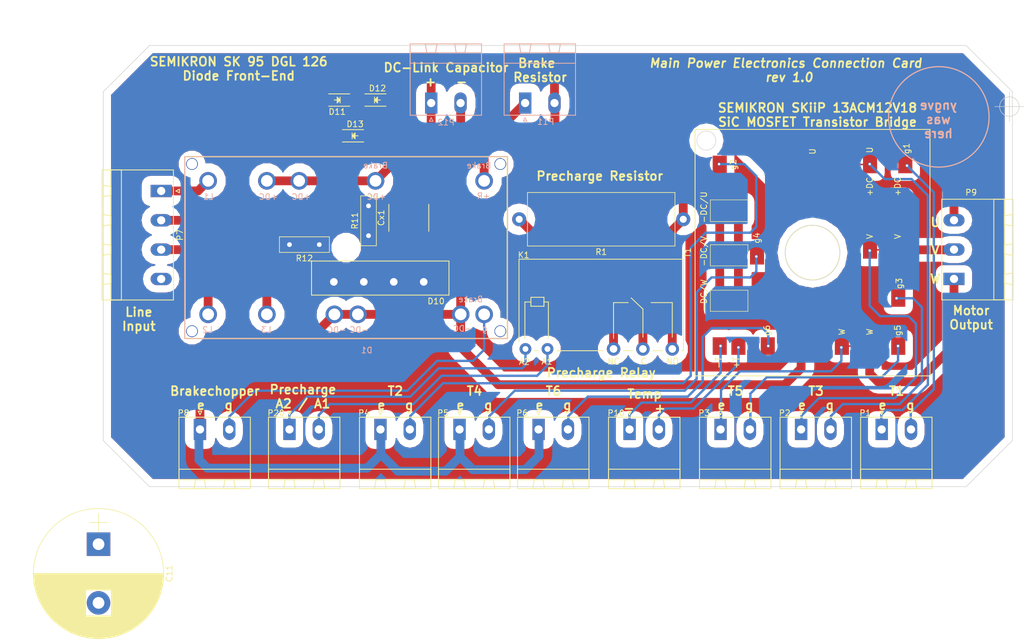
<source format=kicad_pcb>
(kicad_pcb (version 4) (host pcbnew 4.0.6)
  (title_block (title "Main Power Electronics Connection Card (M.P.E.C.C)") (date 2017-07-03) (rev 3) (company "Switchcraft AS") (comment 1 "Added diode module and precharge circuit") (comment 2 YS) (comment 3 "PCB for connections to transistor and diode module. ") (comment 4 "Outputs for external DC-link capacitor and brake resistor."))
  (layers (0 F.Cu signal) (31 B.Cu signal) (36 B.SilkS user) (37 F.SilkS user) (38 B.Mask user) (39 F.Mask user) (44 Edge.Cuts user))
  (net 0 "")
  (net 1 "Net-(P1-Pad1)")
  (net 2 "Net-(P1-Pad2)")
  (net 3 "Net-(P2-Pad1)")
  (net 4 "Net-(P2-Pad2)")
  (net 5 "Net-(D1-Pad21)")
  (net 6 "Net-(D1-Pad18)")
  (net 7 "Net-(D1-Pad14)")
  (net 8 "Net-(D1-Pad4)")
  (net 9 "Net-(D1-Pad28)")
  (net 10 "Net-(P3-Pad1)")
  (net 11 "Net-(P3-Pad2)")
  (net 12 "Net-(P4-Pad2)")
  (net 13 "Net-(P5-Pad2)")
  (net 14 "Net-(P6-Pad2)")
  (net 15 "Net-(P10-Pad1)")
  (net 16 "Net-(P10-Pad2)")
  (net 17 "Net-(K1-Pad14)")
  (net 18 "Net-(K1-Pad12)")
  (net 19 A1)
  (net 20 A2)
  (net 21 Earth)
  (net 22 "Net-(C11-Pad1)")
  (net 23 "Net-(C11-Pad2)")
  (net 24 "Net-(Cx1-Pad1)")
  (net 25 L1)
  (net 26 L2)
  (net 27 "Net-(D10-Pad4)")
  (net 28 "Net-(D11-Pad1)")
  (net 29 "Net-(D12-Pad1)")
  (module phoenix:PhoenixContact_MSTBA-G_02x5.00mm_Angled (layer B.Cu) (at 155.194 84.582)
    (fp_text reference P12 (at 2.54 3.302) (layer B.SilkS) (effects (justify mirror)))
    (fp_text value CONN_01X02)
    (pad 1 thru_hole rect (at 0 0) (size 2.1 3.6) (drill 1.4) (layers *.Cu *.Mask) (net 8 "Net-(D1-Pad4)"))
    (pad 2 thru_hole oval (at 5 0) (size 2.1 3.6) (drill 1.4) (layers *.Cu *.Mask) (net 5 "Net-(D1-Pad21)"))
  )
  (module phoenix:PhoenixContact_MSTBA-G_02x5.00mm_Angled (layer B.Cu) (at 171.196 84.582)
    (fp_text reference P11 (at 3.5 3.2) (layer B.SilkS) (effects (justify mirror)))
    (fp_text value CONN_01X02)
    (pad 1 thru_hole rect (at 0 0) (size 2.1 3.6) (drill 1.4) (layers *.Cu *.Mask) (net 7 "Net-(D1-Pad14)"))
    (pad 2 thru_hole oval (at 5 0) (size 2.1 3.6) (drill 1.4) (layers *.Cu *.Mask) (net 8 "Net-(D1-Pad4)"))
  )
  (module phoenix:PhoenixContact_MSTBA-G_03x5.00mm_Angled (layer F.Cu) (at 244.221 114.554 90)
    (fp_text reference P9 (at 14.732 2.921 180) (layer F.SilkS))
    (fp_text value CONN_01X03)
    (pad 1 thru_hole rect (at 0 0 90) (size 2.1 3.6) (drill 1.4) (layers *.Cu *.Mask) (net 10 "Net-(P3-Pad1)"))
    (pad 2 thru_hole oval (at 5 0 90) (size 2.1 3.6) (drill 1.4) (layers *.Cu *.Mask) (net 3 "Net-(P2-Pad1)"))
    (pad 3 thru_hole oval (at 10 0 90) (size 2.1 3.6) (drill 1.4) (layers *.Cu *.Mask) (net 1 "Net-(P1-Pad1)"))
  )
  (module phoenix:PhoenixContact_MSTBA-G_02x5.00mm_Angled (layer F.Cu) (at 115.824 140.208)
    (fp_text reference P8 (at -2.794 -2.794) (layer F.SilkS))
    (fp_text value CONN_01X02)
    (pad 1 thru_hole rect (at 0 0) (size 2.1 3.6) (drill 1.4) (layers *.Cu *.Mask) (net 5 "Net-(D1-Pad21)"))
    (pad 2 thru_hole oval (at 5 0) (size 2.1 3.6) (drill 1.4) (layers *.Cu *.Mask) (net 9 "Net-(D1-Pad28)"))
  )
  (module phoenix:PhoenixContact_MSTBA-G_02x5.00mm_Angled (layer F.Cu) (at 146.558 140.208)
    (fp_text reference P4 (at -2.794 -2.794) (layer F.SilkS))
    (fp_text value CONN_01X02)
    (pad 1 thru_hole rect (at 0 0) (size 2.1 3.6) (drill 1.4) (layers *.Cu *.Mask) (net 5 "Net-(D1-Pad21)"))
    (pad 2 thru_hole oval (at 5 0) (size 2.1 3.6) (drill 1.4) (layers *.Cu *.Mask) (net 12 "Net-(P4-Pad2)"))
  )
  (module phoenix:PhoenixContact_MSTBA-G_02x5.00mm_Angled (layer F.Cu) (at 204.47 140.208)
    (fp_text reference P3 (at -2.794 -2.794) (layer F.SilkS))
    (fp_text value CONN_01X02)
    (pad 1 thru_hole rect (at 0 0) (size 2.1 3.6) (drill 1.4) (layers *.Cu *.Mask) (net 10 "Net-(P3-Pad1)"))
    (pad 2 thru_hole oval (at 5 0) (size 2.1 3.6) (drill 1.4) (layers *.Cu *.Mask) (net 11 "Net-(P3-Pad2)"))
  )
  (module phoenix:PhoenixContact_MSTBA-G_02x5.00mm_Angled (layer F.Cu) (at 218.186 140.208)
    (fp_text reference P2 (at -2.794 -2.794) (layer F.SilkS))
    (fp_text value CONN_01X02)
    (pad 1 thru_hole rect (at 0 0) (size 2.1 3.6) (drill 1.4) (layers *.Cu *.Mask) (net 3 "Net-(P2-Pad1)"))
    (pad 2 thru_hole oval (at 5 0) (size 2.1 3.6) (drill 1.4) (layers *.Cu *.Mask) (net 4 "Net-(P2-Pad2)"))
  )
  (module phoenix:PhoenixContact_MSTBA-G_02x5.00mm_Angled (layer F.Cu) (at 231.902 140.208)
    (fp_text reference P1 (at -2.794 -2.794) (layer F.SilkS))
    (fp_text value CONN_01X02)
    (pad 1 thru_hole rect (at 0 0) (size 2.1 3.6) (drill 1.4) (layers *.Cu *.Mask) (net 1 "Net-(P1-Pad1)"))
    (pad 2 thru_hole oval (at 5 0) (size 2.1 3.6) (drill 1.4) (layers *.Cu *.Mask) (net 2 "Net-(P1-Pad2)"))
  )
  (module phoenix:PhoenixContact_MSTBA-G_02x5.00mm_Angled (layer F.Cu) (at 173.482 140.208)
    (fp_text reference P6 (at -2.794 -2.794) (layer F.SilkS))
    (fp_text value CONN_01X02)
    (pad 1 thru_hole rect (at 0 0) (size 2.1 3.6) (drill 1.4) (layers *.Cu *.Mask) (net 5 "Net-(D1-Pad21)"))
    (pad 2 thru_hole oval (at 5 0) (size 2.1 3.6) (drill 1.4) (layers *.Cu *.Mask) (net 14 "Net-(P6-Pad2)"))
  )
  (module phoenix:PhoenixContact_MSTBA-G_02x5.00mm_Angled (layer F.Cu) (at 160.02 140.208)
    (fp_text reference P5 (at -2.794 -2.794) (layer F.SilkS))
    (fp_text value CONN_01X02)
    (pad 1 thru_hole rect (at 0 0) (size 2.1 3.6) (drill 1.4) (layers *.Cu *.Mask) (net 5 "Net-(D1-Pad21)"))
    (pad 2 thru_hole oval (at 5 0) (size 2.1 3.6) (drill 1.4) (layers *.Cu *.Mask) (net 13 "Net-(P5-Pad2)"))
  )
  (module phoenix:PhoenixContact_MSTBA-G_02x5.00mm_Angled (layer F.Cu) (at 188.976 140.208)
    (fp_text reference P10 (at -2.286 -2.794) (layer F.SilkS))
    (fp_text value CONN_01X02)
    (pad 1 thru_hole rect (at 0 0) (size 2.1 3.6) (drill 1.4) (layers *.Cu *.Mask) (net 15 "Net-(P10-Pad1)"))
    (pad 2 thru_hole oval (at 5 0) (size 2.1 3.6) (drill 1.4) (layers *.Cu *.Mask) (net 16 "Net-(P10-Pad2)"))
  )
  (module phoenix:PhoenixContact_MSTBA-G_02x5.00mm_Angled (layer F.Cu) (at 131.064 140.208)
    (fp_text reference P20 (at -2.286 -2.794) (layer F.SilkS))
    (fp_text value CONN_01X02)
    (pad 1 thru_hole rect (at 0 0) (size 2.1 3.6) (drill 1.4) (layers *.Cu *.Mask) (net 20 A2))
    (pad 2 thru_hole oval (at 5 0) (size 2.1 3.6) (drill 1.4) (layers *.Cu *.Mask) (net 19 A1))
  )
  (module Resistors_THT:R_Box_L8.4mm_W2.5mm_P5.08mm (layer F.Cu) (at 136.144 108.712 180)
    (fp_text reference R12 (at 2.54 -2.33 180) (layer F.SilkS))
    (fp_text value 470/1W)
    (pad 1 thru_hole circle (at 0 0 180) (size 1.6 1.6) (drill 0.8) (layers *.Cu *.Mask) (net 27 "Net-(D10-Pad4)"))
    (pad 2 thru_hole circle (at 5.08 0 180) (size 1.6 1.6) (drill 0.8) (layers *.Cu *.Mask) (net 26 L2))
  )
  (module Resistors_THT:R_Box_L8.4mm_W2.5mm_P5.08mm (layer F.Cu) (at 144.526 107.188 90)
    (fp_text reference R11 (at 2.54 -2.33 90) (layer F.SilkS))
    (fp_text value "470k 1W")
    (pad 1 thru_hole circle (at 0 0 90) (size 1.6 1.6) (drill 0.8) (layers *.Cu *.Mask) (net 24 "Net-(Cx1-Pad1)"))
    (pad 2 thru_hole circle (at 5.08 0 90) (size 1.6 1.6) (drill 0.8) (layers *.Cu *.Mask) (net 25 L1))
  )
  (module LEDs:LED_1206 (layer F.Cu) (at 142.24 90.17)
    (fp_text reference D13 (at 0 -2) (layer F.SilkS))
    (fp_text value LED)
    (pad 2 smd rect (at 1.41986 0 180) (size 1.59766 1.80086) (layers F.Cu F.Mask) (net 29 "Net-(D12-Pad1)"))
    (pad 1 smd rect (at -1.41986 0 180) (size 1.59766 1.80086) (layers F.Cu F.Mask) (net 23 "Net-(C11-Pad2)"))
  )
  (module LEDs:LED_1206 (layer F.Cu) (at 146.05 84.074)
    (fp_text reference D12 (at 0 -2) (layer F.SilkS))
    (fp_text value LED)
    (pad 2 smd rect (at 1.41986 0 180) (size 1.59766 1.80086) (layers F.Cu F.Mask) (net 28 "Net-(D11-Pad1)"))
    (pad 1 smd rect (at -1.41986 0 180) (size 1.59766 1.80086) (layers F.Cu F.Mask) (net 29 "Net-(D12-Pad1)"))
  )
  (module LEDs:LED_1206 (layer F.Cu) (at 139.192 84.074 180)
    (fp_text reference D11 (at 0 -2 180) (layer F.SilkS))
    (fp_text value LED)
    (pad 2 smd rect (at 1.41986 0) (size 1.59766 1.80086) (layers F.Cu F.Mask) (net 22 "Net-(C11-Pad1)"))
    (pad 1 smd rect (at -1.41986 0) (size 1.59766 1.80086) (layers F.Cu F.Mask) (net 28 "Net-(D11-Pad1)"))
  )
  (module Capacitors_SMD:C_2225 (layer F.Cu) (at 151.384 104.14 90)
    (fp_text reference Cx1 (at 0 -4.7 90) (layer F.SilkS))
    (fp_text value 472K/400V)
    (pad 1 smd rect (at -2.8 0 90) (size 1 6.35) (layers F.Cu F.Mask) (net 24 "Net-(Cx1-Pad1)"))
    (pad 2 smd rect (at 2.8 0 90) (size 1 6.35) (layers F.Cu F.Mask) (net 25 L1))
  )
  (module Capacitors_THT:CP_Radial_D22.0mm_P10.00mm_SnapIn (layer F.Cu) (at 98.552 159.766 270)
    (fp_text reference C11 (at 5 -12.06 270) (layer F.SilkS))
    (fp_text value 100uF/25V)
    (pad 1 thru_hole rect (at 0 0 270) (size 4 4) (drill 2) (layers *.Cu *.Mask) (net 22 "Net-(C11-Pad1)"))
    (pad 2 thru_hole circle (at 10 0 270) (size 4 4) (drill 2) (layers *.Cu *.Mask) (net 23 "Net-(C11-Pad2)"))
  )
  (module Semikron:SKiiP_13ACM12V18_3d_ver3 (layer F.Cu) (at 220.13164 110.0836 270)
    (fp_text reference T1 (at 0 21.25 270) (layer F.SilkS))
    (fp_text value SemikronSKiiP_13ACM12V18)
    (fp_text user -DC/W (at 7.25 18.5 270) (layer F.SilkS))
    (fp_text user -DC/V (at -0.25 18.5 270) (layer F.SilkS))
    (fp_text user -DC/U (at -7.75 18.5 270) (layer F.SilkS))
    (fp_text user g2 (at -15 13.5 270) (layer F.SilkS))
    (fp_text user g4 (at -2.5 9.5 270) (layer F.SilkS))
    (fp_text user -T (at 18.75 16 270) (layer F.SilkS))
    (fp_text user +T (at 18.75 13 270) (layer F.SilkS))
    (fp_text user g6 (at 13.25 7.75 270) (layer F.SilkS))
    (fp_text user W (at 13.5 -5 270) (layer F.SilkS))
    (fp_text user W (at 13.5 -9.75 270) (layer F.SilkS))
    (fp_text user g5 (at 13.25 -14.5 270) (layer F.SilkS))
    (fp_text user g3 (at 5.25 -14.75 270) (layer F.SilkS))
    (fp_text user U (at -17.25 0 270) (layer F.SilkS))
    (fp_text user U (at -17.5 -9.75 270) (layer F.SilkS))
    (fp_text user +DC (at -11.25 -9.75 270) (layer F.SilkS))
    (fp_text user V (at -2.75 -9.75 270) (layer F.SilkS))
    (fp_text user V (at -2.75 -14.5 270) (layer F.SilkS))
    (fp_text user +DC (at -11.25 -14.5 270) (layer F.SilkS))
    (fp_text user g1 (at -17.75 -16 270) (layer F.SilkS))
    (pad "" np_thru_hole circle (at 0 0 270) (size 9.1 9.1) (drill 9.1) (layers *.Cu *.Mask))
    (pad 2 smd rect (at -15.03 15.8 270) (size 3 2.4) (layers F.Cu F.Mask) (net 12 "Net-(P4-Pad2)"))
    (pad 14 smd rect (at 8.23 15.8 270) (size 3 2.4) (layers F.Cu F.Mask) (net 5 "Net-(D1-Pad21)"))
    (pad 10 smd rect (at -7.18 15.8 270) (size 3 2.4) (layers F.Cu F.Mask) (net 5 "Net-(D1-Pad21)"))
    (pad 13 smd rect (at 8.23 12.62 270) (size 3 2.4) (layers F.Cu F.Mask) (net 5 "Net-(D1-Pad21)"))
    (pad 9 smd rect (at -7.18 12.62 270) (size 3 2.4) (layers F.Cu F.Mask) (net 5 "Net-(D1-Pad21)"))
    (pad 12 smd rect (at 0.52 15.8 270) (size 3 2.4) (layers F.Cu F.Mask) (net 5 "Net-(D1-Pad21)"))
    (pad 11 smd rect (at 0.52 12.62 270) (size 3 2.4) (layers F.Cu F.Mask) (net 5 "Net-(D1-Pad21)"))
    (pad 4 smd rect (at 0.52 9.45 270) (size 3 2.4) (layers F.Cu F.Mask) (net 13 "Net-(P5-Pad2)"))
    (pad 22 smd rect (at 15.92 15.8 270) (size 3 2.4) (layers F.Cu F.Mask) (net 15 "Net-(P10-Pad1)"))
    (pad 21 smd rect (at 15.92 12.62 270) (size 3 2.4) (layers F.Cu F.Mask) (net 16 "Net-(P10-Pad2)"))
    (pad 6 smd rect (at 15.92 7.62 270) (size 3 2.4) (layers F.Cu F.Mask) (net 14 "Net-(P6-Pad2)"))
    (pad 16 smd rect (at -15.03 0 270) (size 3 2.4) (layers F.Cu F.Mask) (net 1 "Net-(P1-Pad1)"))
    (pad 20 smd rect (at 15.92 -5 270) (size 3 2.4) (layers F.Cu F.Mask) (net 10 "Net-(P3-Pad1)"))
    (pad 19 smd rect (at 15.92 -9.8 270) (size 3 2.4) (layers F.Cu F.Mask) (net 10 "Net-(P3-Pad1)"))
    (pad 5 smd rect (at 15.92 -14.6 270) (size 3 2.4) (layers F.Cu F.Mask) (net 11 "Net-(P3-Pad2)"))
    (pad 3 smd rect (at 7.72 -14.6 270) (size 3 2.4) (layers F.Cu F.Mask) (net 4 "Net-(P2-Pad2)"))
    (pad 8 smd rect (at -8.07 -9.8 270) (size 3 2.4) (layers F.Cu F.Mask) (net 17 "Net-(K1-Pad14)"))
    (pad 15 smd rect (at -15.03 -9.8 270) (size 3 2.4) (layers F.Cu F.Mask) (net 1 "Net-(P1-Pad1)"))
    (pad 18 smd rect (at -0.48 -9.8 270) (size 3 2.4) (layers F.Cu F.Mask) (net 3 "Net-(P2-Pad1)"))
    (pad 17 smd rect (at -0.48 -14.6 270) (size 3 2.4) (layers F.Cu F.Mask) (net 3 "Net-(P2-Pad1)"))
    (pad 7 smd rect (at -8.07 -14.6 270) (size 3 2.4) (layers F.Cu F.Mask) (net 17 "Net-(K1-Pad14)"))
    (pad 1 smd rect (at -15.03 -15.8 270) (size 3 2.4) (layers F.Cu F.Mask) (net 2 "Net-(P1-Pad2)"))
    (pad "" np_thru_hole circle (at -19.1 18.1 270) (size 3.1 3.1) (drill 3.1) (layers *.Cu *.Mask))
  )
  (module Semikron:SK_95_DGL_126 (layer B.Cu) (at 140.716 109.22 180)
    (fp_text reference D1 (at -3.5 -17.5 180) (layer B.SilkS) (effects (justify mirror)))
    (fp_text value SK_95_DGL_126)
    (fp_text user L2 (at 23.6 -14 180) (layer B.SilkS) (effects (justify mirror)))
    (fp_text user L3 (at 13.6 -14 180) (layer B.SilkS) (effects (justify mirror)))
    (fp_text user -DC (at 1.6 -14 180) (layer B.SilkS) (effects (justify mirror)))
    (fp_text user -DC (at -2.2 -14 180) (layer B.SilkS) (effects (justify mirror)))
    (fp_text user Brake (at -21.2 -8.8 180) (layer B.SilkS) (effects (justify mirror)))
    (fp_text user -DC (at -19.8 -13.8 180) (layer B.SilkS) (effects (justify mirror)))
    (fp_text user g (at -23.6 -13.8 180) (layer B.SilkS) (effects (justify mirror)))
    (fp_text user Brake (at -22.6 14 180) (layer B.SilkS) (effects (justify mirror)))
    (fp_text user +R (at -23.4 8.8 180) (layer B.SilkS) (effects (justify mirror)))
    (fp_text user Brake (at -5 14 180) (layer B.SilkS) (effects (justify mirror)))
    (fp_text user +DC (at -5.15 8.65 180) (layer B.SilkS) (effects (justify mirror)))
    (fp_text user +DC (at 7.65 8.65 180) (layer B.SilkS) (effects (justify mirror)))
    (fp_text user +DC (at 13.25 8.65 180) (layer B.SilkS) (effects (justify mirror)))
    (fp_text user L1 (at 23.45 8.65 180) (layer B.SilkS) (effects (justify mirror)))
    (pad "" np_thru_hole circle (at 0 0 180) (size 2.5 2.5) (drill 2.5) (layers *.Cu *.Mask))
    (pad "" np_thru_hole circle (at -26.25 14.25 180) (size 2 2) (drill 1.75) (layers *.Cu *.Mask))
    (pad "" np_thru_hole circle (at 26.25 -14.25 180) (size 2 2) (drill 1.75) (layers *.Cu *.Mask))
    (pad "" np_thru_hole circle (at -26.25 -14.25 180) (size 2 2) (drill 1.75) (layers *.Cu *.Mask))
    (pad 28 thru_hole circle (at -23.5 -11.375 180) (size 3 3) (drill 2) (layers *.Cu *.Mask) (net 9 "Net-(D1-Pad28)"))
    (pad 27 thru_hole circle (at -19.5 -11.375 180) (size 3 3) (drill 2) (layers *.Cu *.Mask) (net 5 "Net-(D1-Pad21)"))
    (pad 22 thru_hole circle (at -2 -11.375 180) (size 3 3) (drill 2) (layers *.Cu *.Mask) (net 5 "Net-(D1-Pad21)"))
    (pad 21 thru_hole circle (at 2 -11.375 180) (size 3 3) (drill 2) (layers *.Cu *.Mask) (net 5 "Net-(D1-Pad21)"))
    (pad 18 thru_hole circle (at 13.5 -11.375 180) (size 3 3) (drill 2) (layers *.Cu *.Mask) (net 6 "Net-(D1-Pad18)"))
    (pad 14 thru_hole circle (at -23.5 11.375 180) (size 3 3) (drill 2) (layers *.Cu *.Mask) (net 7 "Net-(D1-Pad14)"))
    (pad 9 thru_hole circle (at -5 11.375 180) (size 3 3) (drill 2) (layers *.Cu *.Mask) (net 8 "Net-(D1-Pad4)"))
    (pad 5 thru_hole circle (at 8 11.375 180) (size 3 3) (drill 2) (layers *.Cu *.Mask) (net 8 "Net-(D1-Pad4)"))
    (pad 4 thru_hole circle (at 13.5 11.375 180) (size 3 3) (drill 2) (layers *.Cu *.Mask) (net 8 "Net-(D1-Pad4)"))
    (pad 1 thru_hole circle (at 23.5 11.375 180) (size 3 3) (drill 2) (layers *.Cu *.Mask) (net 25 L1))
    (pad 15 thru_hole circle (at 23.5 -11.375 180) (size 3 3) (drill 2) (layers *.Cu *.Mask) (net 26 L2))
    (pad "" np_thru_hole circle (at 26.25 14.25 180) (size 2 2) (drill 1.75) (layers *.Cu *.Mask))
  )
  (module Resistors_THT:R_Axial_Power_L25.0mm_W9.0mm_P27.94mm (layer F.Cu) (at 198.12 104.394 180)
    (fp_text reference R1 (at 13.97 -5.56 180) (layer F.SilkS))
    (fp_text value R)
    (pad 1 thru_hole circle (at 0 0 180) (size 2.4 2.4) (drill 1.2) (layers *.Cu *.Mask) (net 17 "Net-(K1-Pad14)"))
    (pad 2 thru_hole oval (at 27.94 0 180) (size 2.4 2.4) (drill 1.2) (layers *.Cu *.Mask) (net 18 "Net-(K1-Pad12)"))
  )
  (module Relays_THT:Relay_SPDT_SingleRow_Laying_FinderType34Point51 (layer F.Cu) (at 184.15 126.492)
    (fp_text reference K1 (at -13.208 -16.002) (layer F.SilkS))
    (fp_text value RELAY_1RT)
    (fp_text user A2 (at -13.10132 2.1971) (layer F.SilkS))
    (fp_text user A1 (at -9.25068 2.14884) (layer F.SilkS))
    (fp_text user NC (at 2.09804 2.14884) (layer F.SilkS))
    (fp_text user NO (at 12.14882 2.12344) (layer F.SilkS))
    (fp_text user C (at 7.22376 2.10058) (layer F.SilkS))
    (pad 14 thru_hole circle (at 12.10056 0) (size 2.30124 2.30124) (drill 1.30048) (layers *.Cu *.Mask) (net 17 "Net-(K1-Pad14)"))
    (pad 11 thru_hole circle (at 7.0993 0) (size 2.30124 2.30124) (drill 1.30048) (layers *.Cu *.Mask) (net 8 "Net-(D1-Pad4)"))
    (pad 12 thru_hole circle (at 2.10058 0) (size 2.30124 2.30124) (drill 1.30048) (layers *.Cu *.Mask) (net 18 "Net-(K1-Pad12)"))
    (pad A1 thru_hole circle (at -9.14908 0) (size 1.99898 1.99898) (drill 1.00076) (layers *.Cu *.Mask) (net 19 A1))
    (pad A2 thru_hole circle (at -12.90066 0) (size 1.99898 1.99898) (drill 1.00076) (layers *.Cu *.Mask) (net 20 A2))
  )
  (module "Phoenix Contaxts:PhoenixContact_MSTBA-G_04x5.00mm_Angled" (layer F.Cu) (at 109.22 99.568 270)
    (fp_text reference P7 (at 7.5 -3.2 270) (layer F.SilkS))
    (fp_text value CONN_01X04)
    (pad 1 thru_hole rect (at 0 0 270) (size 2.1 3.6) (drill 1.4) (layers *.Cu *.Mask) (net 25 L1))
    (pad 2 thru_hole oval (at 5 0 270) (size 2.1 3.6) (drill 1.4) (layers *.Cu *.Mask) (net 6 "Net-(D1-Pad18)"))
    (pad 3 thru_hole oval (at 10 0 270) (size 2.1 3.6) (drill 1.4) (layers *.Cu *.Mask) (net 26 L2))
    (pad 4 thru_hole oval (at 15 0 270) (size 2.1 3.6) (drill 1.4) (layers *.Cu *.Mask) (net 21 Earth))
  )
  (module Diodes_THT:Diode_Bridge_18.5x5.5 (layer F.Cu) (at 153.924 115.062 180)
    (fp_text reference D10 (at -2.1 -3.3 180) (layer F.SilkS))
    (fp_text value D_Bridge_+-AA)
    (pad 3 thru_hole rect (at 0 0 180) (size 2.1 2.1) (drill 1.3) (layers *.Cu *.Mask) (net 24 "Net-(Cx1-Pad1)"))
    (pad 2 thru_hole circle (at 5.1 0 180) (size 2.1 2.1) (drill 1.3) (layers *.Cu *.Mask) (net 23 "Net-(C11-Pad2)"))
    (pad 1 thru_hole circle (at 15.3 0 180) (size 2.1 2.1) (drill 1.3) (layers *.Cu *.Mask) (net 22 "Net-(C11-Pad1)"))
    (pad 4 thru_hole circle (at 10.2 0 180) (size 2.1 2.1) (drill 1.3) (layers *.Cu *.Mask) (net 27 "Net-(D10-Pad4)"))
  )
  (gr_line (start 113.284 93.726) (end 168.148 93.726) (angle 90) (layer F.SilkS) (width 0.2))
  (gr_line (start 113.284 124.714) (end 113.284 93.726) (angle 90) (layer F.SilkS) (width 0.2))
  (gr_line (start 168.148 124.714) (end 113.284 124.714) (angle 90) (layer F.SilkS) (width 0.2))
  (gr_line (start 168.148 93.726) (end 168.148 124.714) (angle 90) (layer F.SilkS) (width 0.2))
  (gr_text "T1\ne   g" (at 234.442 134.874) (layer F.SilkS) (effects (font (size 1.5 1.5) (thickness 0.3))))
  (gr_text "T3\ne   g" (at 220.726 134.874) (layer F.SilkS) (effects (font (size 1.5 1.5) (thickness 0.3))))
  (gr_text "T5\ne   g" (at 207.01 134.874) (layer F.SilkS) (effects (font (size 1.5 1.5) (thickness 0.3))))
  (gr_text "Temp\n-   +" (at 191.516 135.382) (layer F.SilkS) (effects (font (size 1.5 1.5) (thickness 0.3))))
  (gr_text "T6\ne   g" (at 176.022 134.874) (layer F.SilkS) (effects (font (size 1.5 1.5) (thickness 0.3))))
  (gr_text "T4\ne   g" (at 162.56 134.874) (layer F.SilkS) (effects (font (size 1.5 1.5) (thickness 0.3))))
  (gr_text "T2\ne   g" (at 149.098 134.874) (layer F.SilkS) (effects (font (size 1.5 1.5) (thickness 0.3))))
  (gr_text "Precharge\nA2 / A1" (at 133.35 134.62) (layer F.SilkS) (effects (font (size 1.5 1.5) (thickness 0.3))))
  (gr_text "Brakechopper\ne   g" (at 118.364 134.874) (layer F.SilkS) (effects (font (size 1.5 1.5) (thickness 0.3))))
  (gr_text "Motor\nOutput" (at 247.142 121.158) (layer F.SilkS) (effects (font (size 1.5 1.5) (thickness 0.3))))
  (gr_text "Line\nInput" (at 105.41 121.412) (layer F.SilkS) (effects (font (size 1.5 1.5) (thickness 0.3))))
  (gr_text "SEMIKRON SKiiP 13ACM12V18\nSiC MOSFET Transistor Bridge" (at 220.98 86.614) (layer F.SilkS) (effects (font (size 1.5 1.5) (thickness 0.3))))
  (gr_text "SEMIKRON SK 95 DGL 126\nDiode Front-End" (at 122.428 78.74) (layer F.SilkS) (effects (font (size 1.5 1.5) (thickness 0.3))))
  (gr_text "Precharge Relay" (at 184.15 130.556) (layer F.SilkS) (effects (font (size 1.5 1.5) (thickness 0.3))))
  (gr_text "Precharge Resistor" (at 183.896 97.028) (layer F.SilkS) (effects (font (size 1.5 1.5) (thickness 0.3))))
  (gr_text "U\n\nV\n\nW" (at 241.046 109.728) (layer F.SilkS) (effects (font (size 1.5 1.5) (thickness 0.3))))
  (gr_line (start 107.22864 149.9616) (end 99.35464 142.0876) (angle 90) (layer Edge.Cuts) (width 0.1))
  (gr_circle (center 241.63782 86.94166) (end 245.4656 79.2861) (layer B.SilkS) (width 0.2))
  (gr_circle (center 202.04684 90.9828) (end 203.12634 89.7763) (layer Edge.Cuts) (width 0.1))
  (gr_circle (center 220.13164 110.0836) (end 223.68764 107.0356) (layer Edge.Cuts) (width 0.1))
  (gr_line (start 99.35464 142.0876) (end 99.35464 82.6516) (angle 90) (layer Edge.Cuts) (width 0.1))
  (gr_line (start 99.35464 82.6516) (end 107.22864 74.7776) (angle 90) (layer Edge.Cuts) (width 0.1))
  (gr_line (start 246.29364 149.9616) (end 254.16764 142.0876) (angle 90) (layer Edge.Cuts) (width 0.1))
  (gr_line (start 107.225 149.9616) (end 246.295 149.9616) (angle 90) (layer Edge.Cuts) (width 0.1))
  (gr_line (start 246.295 74.7776) (end 107.225 74.7776) (angle 90) (layer Edge.Cuts) (width 0.1))
  (gr_line (start 254.16764 82.6516) (end 246.29364 74.7776) (angle 90) (layer Edge.Cuts) (width 0.1))
  (gr_line (start 254.16764 142.0876) (end 254.16764 82.6516) (angle 90) (layer Edge.Cuts) (width 0.1))
  (gr_text "DC-Link Capacitor\n+   -" (at 157.734 79.756) (layer F.SilkS) (effects (font (size 1.5 1.5) (thickness 0.3))))
  (gr_text "Brake \nResistor" (at 173.736 78.994) (layer F.SilkS) (effects (font (size 1.5 1.5) (thickness 0.3))))
  (target plus (at 253.65964 85.1916) (size 5) (width 0.1) (layer Edge.Cuts))
  (gr_text "yngve\nwas\nhere" (at 241.554 87.376) (layer B.SilkS) (effects (font (size 1.5 1.5) (thickness 0.3)) (justify mirror)))
  (gr_text "Main Power Electronics Connection Card \nrev 1.0" (at 216.154 78.994) (layer F.SilkS) (effects (font (size 1.5 1.5) (thickness 0.3) italic)))
  (segment (start 231.855 140.081) (end 231.855 137.715) (width 0.4) (layer B.Cu) (net 1))
  (segment (start 231.855 137.715) (end 232.664 136.906) (width 0.4) (layer B.Cu) (net 1))
  (segment (start 232.664 136.906) (end 235.458 136.906) (width 0.4) (layer B.Cu) (net 1))
  (segment (start 235.458 136.906) (end 239.776 132.588) (width 0.4) (layer B.Cu) (net 1))
  (segment (start 239.776 132.588) (end 239.776 100.33) (width 0.4) (layer B.Cu) (net 1))
  (segment (start 239.776 100.33) (end 236.982 97.536) (width 0.4) (layer B.Cu) (net 1))
  (segment (start 236.982 97.536) (end 232.41 97.536) (width 0.4) (layer B.Cu) (net 1))
  (segment (start 232.41 97.536) (end 229.87 94.996) (width 0.4) (layer B.Cu) (net 1))
  (segment (start 229.87 94.996) (end 229.9276 95.0536) (width 0.4) (layer F.Cu) (net 1))
  (via (at 229.87 94.996) (size 0.6) (drill 0.4) (layers F.Cu B.Cu) (net 1))
  (segment (start 229.9276 95.0536) (end 229.93164 95.0536) (width 0.4) (layer F.Cu) (net 1))
  (segment (start 229.93164 95.0536) (end 220.13164 95.0536) (width 0.25) (layer F.Cu) (net 1))
  (segment (start 220.34164 95.0536) (end 220.13164 95.0536) (width 0.25) (layer F.Cu) (net 1))
  (segment (start 244.221 104.554) (end 244.221 95.377) (width 1.5) (layer F.Cu) (net 1))
  (segment (start 229.93164 92.39436) (end 229.93164 95.0536) (width 1.5) (layer F.Cu) (net 1))
  (segment (start 232.41 89.916) (end 229.93164 92.39436) (width 1.5) (layer F.Cu) (net 1))
  (segment (start 238.76 89.916) (end 232.41 89.916) (width 1.5) (layer F.Cu) (net 1))
  (segment (start 244.221 95.377) (end 238.76 89.916) (width 1.5) (layer F.Cu) (net 1))
  (segment (start 236.22 95.25) (end 236.0236 95.0536) (width 0.4) (layer F.Cu) (net 2))
  (via (at 236.22 95.25) (size 0.6) (drill 0.4) (layers F.Cu B.Cu) (net 2))
  (segment (start 240.792 99.822) (end 236.22 95.25) (width 0.4) (layer B.Cu) (net 2))
  (segment (start 240.792 133.35) (end 240.792 99.822) (width 0.4) (layer B.Cu) (net 2))
  (segment (start 236.0236 95.0536) (end 235.93164 95.0536) (width 0.4) (layer F.Cu) (net 2))
  (segment (start 235.93164 95.2996) (end 235.93164 95.0536) (width 0.25) (layer F.Cu) (net 2))
  (segment (start 236.08964 95.0536) (end 235.93164 95.0536) (width 0.25) (layer F.Cu) (net 2))
  (segment (start 235.92364 95.0536) (end 235.93164 95.0536) (width 0.25) (layer F.Cu) (net 2))
  (segment (start 236.855 137.287) (end 240.792 133.35) (width 0.4) (layer B.Cu) (net 2))
  (segment (start 236.855 140.081) (end 236.855 137.287) (width 0.4) (layer B.Cu) (net 2))
  (segment (start 218.266 140.208) (end 218.266 137.842) (width 0.4) (layer B.Cu) (net 3))
  (segment (start 218.266 137.842) (end 221.234 134.874) (width 0.4) (layer B.Cu) (net 3))
  (segment (start 221.234 134.874) (end 234.188 134.874) (width 0.4) (layer B.Cu) (net 3))
  (segment (start 234.188 134.874) (end 237.744 131.318) (width 0.4) (layer B.Cu) (net 3))
  (segment (start 237.744 131.318) (end 237.744 122.174) (width 0.4) (layer B.Cu) (net 3))
  (segment (start 237.744 122.174) (end 236.474 120.904) (width 0.4) (layer B.Cu) (net 3))
  (segment (start 236.474 120.904) (end 231.648 120.904) (width 0.4) (layer B.Cu) (net 3))
  (segment (start 231.648 120.904) (end 229.87 119.126) (width 0.4) (layer B.Cu) (net 3))
  (segment (start 229.87 119.126) (end 229.87 109.728) (width 0.4) (layer B.Cu) (net 3))
  (segment (start 229.87 109.728) (end 229.93164 109.66636) (width 0.4) (layer F.Cu) (net 3))
  (via (at 229.87 109.728) (size 0.6) (drill 0.4) (layers F.Cu B.Cu) (net 3))
  (segment (start 229.93164 109.66636) (end 229.93164 109.6036) (width 0.4) (layer F.Cu) (net 3))
  (segment (start 234.73164 109.6036) (end 229.93164 109.6036) (width 0.25) (layer F.Cu) (net 3))
  (segment (start 229.93164 109.7236) (end 229.93164 109.6036) (width 0.25) (layer F.Cu) (net 3))
  (segment (start 229.93164 109.6816) (end 229.93164 109.6036) (width 0.25) (layer F.Cu) (net 3))
  (segment (start 234.73164 109.6036) (end 244.1714 109.6036) (width 1.5) (layer F.Cu) (net 3))
  (segment (start 244.1714 109.6036) (end 244.221 109.554) (width 1.5) (layer F.Cu) (net 3))
  (via (at 234.442 117.856) (size 0.6) (drill 0.4) (layers F.Cu B.Cu) (net 4))
  (segment (start 234.442 117.856) (end 234.4944 117.8036) (width 0.4) (layer F.Cu) (net 4))
  (segment (start 237.236 117.856) (end 234.442 117.856) (width 0.4) (layer B.Cu) (net 4))
  (segment (start 238.76 119.38) (end 237.236 117.856) (width 0.4) (layer B.Cu) (net 4))
  (segment (start 238.76 132.08) (end 238.76 119.38) (width 0.4) (layer B.Cu) (net 4))
  (segment (start 234.95 135.89) (end 238.76 132.08) (width 0.4) (layer B.Cu) (net 4))
  (segment (start 225.298 135.89) (end 234.95 135.89) (width 0.4) (layer B.Cu) (net 4))
  (segment (start 234.4944 117.8036) (end 234.73164 117.8036) (width 0.4) (layer F.Cu) (net 4))
  (segment (start 234.73164 117.82036) (end 234.73164 117.8036) (width 0.4) (layer F.Cu) (net 4))
  (segment (start 234.76364 117.8036) (end 234.73164 117.8036) (width 0.25) (layer F.Cu) (net 4))
  (segment (start 223.266 137.922) (end 225.298 135.89) (width 0.4) (layer B.Cu) (net 4))
  (segment (start 223.266 140.208) (end 223.266 137.922) (width 0.4) (layer B.Cu) (net 4))
  (segment (start 138.716 120.595) (end 138.716 120.618) (width 1.5) (layer F.Cu) (net 5))
  (segment (start 138.716 120.618) (end 129.794 129.54) (width 1.5) (layer F.Cu) (net 5))
  (segment (start 115.824 132.842) (end 115.824 140.208) (width 1.5) (layer F.Cu) (net 5))
  (segment (start 119.126 129.54) (end 115.824 132.842) (width 1.5) (layer F.Cu) (net 5))
  (segment (start 129.794 129.54) (end 119.126 129.54) (width 1.5) (layer F.Cu) (net 5))
  (segment (start 207.51164 118.3136) (end 215.3416 118.3136) (width 1.5) (layer F.Cu) (net 5))
  (segment (start 160.216 126.18) (end 160.216 120.595) (width 1.5) (layer F.Cu) (net 5))
  (segment (start 166.624 132.588) (end 160.216 126.18) (width 1.5) (layer F.Cu) (net 5))
  (segment (start 215.392 132.588) (end 166.624 132.588) (width 1.5) (layer F.Cu) (net 5))
  (segment (start 218.186 129.794) (end 215.392 132.588) (width 1.5) (layer F.Cu) (net 5))
  (segment (start 218.186 121.158) (end 218.186 129.794) (width 1.5) (layer F.Cu) (net 5))
  (segment (start 215.3416 118.3136) (end 218.186 121.158) (width 1.5) (layer F.Cu) (net 5))
  (segment (start 160.216 120.595) (end 160.216 84.604) (width 1.5) (layer F.Cu) (net 5))
  (segment (start 160.216 84.604) (end 160.194 84.582) (width 1.5) (layer F.Cu) (net 5))
  (segment (start 138.716 120.595) (end 142.716 120.595) (width 1.5) (layer F.Cu) (net 5))
  (segment (start 142.716 120.595) (end 160.216 120.595) (width 1.5) (layer F.Cu) (net 5))
  (via (at 115.824 140.208) (size 0.6) (drill 0.4) (layers F.Cu B.Cu) (net 5))
  (segment (start 204.33164 118.3136) (end 204.33164 110.6036) (width 1.5) (layer F.Cu) (net 5))
  (segment (start 204.33164 102.9036) (end 204.33164 110.6036) (width 1.5) (layer F.Cu) (net 5))
  (segment (start 207.51164 118.3136) (end 204.33164 118.3136) (width 1.5) (layer F.Cu) (net 5))
  (segment (start 207.51164 102.9036) (end 207.51164 110.6036) (width 1.5) (layer F.Cu) (net 5))
  (segment (start 207.51164 118.3136) (end 207.51164 110.6036) (width 1.5) (layer F.Cu) (net 5))
  (segment (start 207.51164 102.9036) (end 204.33164 102.9036) (width 1.5) (layer F.Cu) (net 5))
  (segment (start 204.33164 102.9196) (end 204.33164 102.9036) (width 0.25) (layer F.Cu) (net 5))
  (segment (start 207.51164 110.6036) (end 204.33164 110.6036) (width 1.5) (layer F.Cu) (net 5))
  (segment (start 204.37164 110.6036) (end 204.33164 110.6036) (width 0.25) (layer F.Cu) (net 5))
  (segment (start 204.33164 118.4136) (end 204.33164 118.3136) (width 0.25) (layer F.Cu) (net 5))
  (segment (start 115.65 139.954) (end 115.65 145.368) (width 1.5) (layer B.Cu) (net 5))
  (segment (start 115.65 145.368) (end 117.094 146.812) (width 1.5) (layer B.Cu) (net 5))
  (segment (start 117.094 146.812) (end 144.272 146.812) (width 1.5) (layer B.Cu) (net 5))
  (segment (start 144.272 146.812) (end 146.638 144.446) (width 1.5) (layer B.Cu) (net 5))
  (segment (start 146.638 140.208) (end 146.638 144.446) (width 1.5) (layer B.Cu) (net 5))
  (segment (start 146.638 144.446) (end 149.512 147.32) (width 1.5) (layer B.Cu) (net 5))
  (segment (start 157.64 147.32) (end 160.1 144.86) (width 1.5) (layer B.Cu) (net 5))
  (segment (start 149.512 147.32) (end 157.64 147.32) (width 1.5) (layer B.Cu) (net 5))
  (segment (start 162.306 147.066) (end 160.1 144.86) (width 1.5) (layer B.Cu) (net 5))
  (segment (start 171.196 147.066) (end 162.306 147.066) (width 1.5) (layer B.Cu) (net 5))
  (segment (start 173.562 144.7) (end 171.196 147.066) (width 1.5) (layer B.Cu) (net 5))
  (segment (start 160.1 144.86) (end 160.1 140.208) (width 1.5) (layer B.Cu) (net 5))
  (segment (start 173.562 140.208) (end 173.562 144.7) (width 1.5) (layer B.Cu) (net 5))
  (segment (start 127.216 120.595) (end 127.216 116.548) (width 1.5) (layer F.Cu) (net 6))
  (segment (start 127.216 116.548) (end 115.236 104.568) (width 1.5) (layer F.Cu) (net 6))
  (segment (start 115.236 104.568) (end 109.22 104.568) (width 1.5) (layer F.Cu) (net 6))
  (segment (start 164.216 97.845) (end 164.216 91.562) (width 1.5) (layer F.Cu) (net 7))
  (segment (start 164.216 91.562) (end 171.196 84.582) (width 1.5) (layer F.Cu) (net 7))
  (segment (start 127.216 97.845) (end 132.716 97.845) (width 1.5) (layer F.Cu) (net 8))
  (segment (start 132.716 97.845) (end 145.716 97.845) (width 1.5) (layer F.Cu) (net 8))
  (segment (start 145.716 97.845) (end 155.194 88.367) (width 1.5) (layer F.Cu) (net 8))
  (segment (start 155.194 88.367) (end 155.194 84.582) (width 1.5) (layer F.Cu) (net 8))
  (segment (start 176.196 84.582) (end 176.196 80.438) (width 1.5) (layer F.Cu) (net 8))
  (segment (start 155.194 80.264) (end 155.194 84.582) (width 1.5) (layer F.Cu) (net 8))
  (segment (start 156.972 78.486) (end 155.194 80.264) (width 1.5) (layer F.Cu) (net 8))
  (segment (start 174.244 78.486) (end 156.972 78.486) (width 1.5) (layer F.Cu) (net 8))
  (segment (start 176.196 80.438) (end 174.244 78.486) (width 1.5) (layer F.Cu) (net 8))
  (segment (start 176.276 104.14) (end 176.276 84.582) (width 1.5) (layer F.Cu) (net 8))
  (segment (start 191.2493 119.1133) (end 176.276 104.14) (width 1.5) (layer F.Cu) (net 8))
  (segment (start 191.2493 126.492) (end 191.2493 119.1133) (width 1.5) (layer F.Cu) (net 8))
  (segment (start 120.824 140.208) (end 120.824 138.002) (width 0.4) (layer B.Cu) (net 9))
  (segment (start 164.216 126.614) (end 164.216 120.595) (width 0.4) (layer B.Cu) (net 9))
  (segment (start 162.306 128.524) (end 164.216 126.614) (width 0.4) (layer B.Cu) (net 9))
  (segment (start 156.21 128.524) (end 162.306 128.524) (width 0.4) (layer B.Cu) (net 9))
  (segment (start 151.13 133.604) (end 156.21 128.524) (width 0.4) (layer B.Cu) (net 9))
  (segment (start 125.222 133.604) (end 151.13 133.604) (width 0.4) (layer B.Cu) (net 9))
  (segment (start 120.824 138.002) (end 125.222 133.604) (width 0.4) (layer B.Cu) (net 9))
  (segment (start 204.55 140.208) (end 204.55 133.524) (width 0.4) (layer B.Cu) (net 10))
  (segment (start 204.55 133.524) (end 207.772 130.302) (width 0.4) (layer B.Cu) (net 10))
  (segment (start 207.772 130.302) (end 223.266 130.302) (width 0.4) (layer B.Cu) (net 10))
  (segment (start 223.266 130.302) (end 225.044 128.524) (width 0.4) (layer B.Cu) (net 10))
  (segment (start 225.044 128.524) (end 225.044 126.238) (width 0.4) (layer B.Cu) (net 10))
  (via (at 225.044 126.238) (size 0.6) (drill 0.4) (layers F.Cu B.Cu) (net 10))
  (segment (start 225.044 126.238) (end 225.13164 126.15036) (width 0.4) (layer F.Cu) (net 10))
  (segment (start 225.13164 126.15036) (end 225.13164 126.0036) (width 0.4) (layer F.Cu) (net 10))
  (segment (start 225.0636 126.0036) (end 225.13164 126.0036) (width 0.4) (layer F.Cu) (net 10))
  (segment (start 229.93164 126.0036) (end 225.13164 126.0036) (width 0.25) (layer F.Cu) (net 10))
  (segment (start 225.13164 126.0056) (end 225.13164 126.0036) (width 0.25) (layer F.Cu) (net 10))
  (segment (start 224.95764 126.0856) (end 225.03964 126.0036) (width 0.25) (layer F.Cu) (net 10))
  (segment (start 225.03964 126.0036) (end 225.13164 126.0036) (width 0.25) (layer F.Cu) (net 10))
  (segment (start 244.221 114.554) (end 244.221 125.857) (width 1.5) (layer F.Cu) (net 10))
  (segment (start 229.87 130.683) (end 229.87 126.06524) (width 1.5) (layer F.Cu) (net 10))
  (segment (start 231.267 132.08) (end 229.87 130.683) (width 1.5) (layer F.Cu) (net 10))
  (segment (start 237.998 132.08) (end 231.267 132.08) (width 1.5) (layer F.Cu) (net 10))
  (segment (start 244.221 125.857) (end 237.998 132.08) (width 1.5) (layer F.Cu) (net 10))
  (segment (start 229.87 126.06524) (end 229.93164 126.0036) (width 1.5) (layer F.Cu) (net 10))
  (via (at 234.696 125.984) (size 0.6) (drill 0.4) (layers F.Cu B.Cu) (net 11))
  (segment (start 234.696 128.524) (end 234.696 125.984) (width 0.4) (layer B.Cu) (net 11))
  (segment (start 231.902 131.318) (end 234.696 128.524) (width 0.4) (layer B.Cu) (net 11))
  (segment (start 212.344 131.318) (end 231.902 131.318) (width 0.4) (layer B.Cu) (net 11))
  (segment (start 234.696 125.984) (end 234.7156 126.0036) (width 0.4) (layer F.Cu) (net 11))
  (segment (start 234.7156 126.0036) (end 234.73164 126.0036) (width 0.4) (layer F.Cu) (net 11))
  (segment (start 234.696 125.984) (end 234.73164 125.94836) (width 0.4) (layer F.Cu) (net 11))
  (segment (start 234.73164 125.94836) (end 234.73164 126.0036) (width 0.4) (layer F.Cu) (net 11))
  (segment (start 234.696 125.984) (end 234.7156 126.0036) (width 0.4) (layer F.Cu) (net 11))
  (segment (start 234.7156 126.0036) (end 234.73164 126.0036) (width 0.4) (layer F.Cu) (net 11))
  (segment (start 209.55 134.112) (end 212.344 131.318) (width 0.4) (layer B.Cu) (net 11))
  (segment (start 209.55 140.208) (end 209.55 134.112) (width 0.4) (layer B.Cu) (net 11))
  (segment (start 151.638 140.208) (end 151.638 137.922) (width 0.4) (layer B.Cu) (net 12))
  (segment (start 151.638 137.922) (end 157.226 132.334) (width 0.4) (layer B.Cu) (net 12))
  (segment (start 157.226 132.334) (end 198.12 132.334) (width 0.4) (layer B.Cu) (net 12))
  (segment (start 198.12 132.334) (end 199.39 131.064) (width 0.4) (layer B.Cu) (net 12))
  (segment (start 204.216 94.996) (end 204.2736 95.0536) (width 0.4) (layer F.Cu) (net 12))
  (via (at 204.216 94.996) (size 0.6) (drill 0.4) (layers F.Cu B.Cu) (net 12))
  (segment (start 208.534 94.996) (end 204.216 94.996) (width 0.4) (layer B.Cu) (net 12))
  (segment (start 210.566 97.028) (end 208.534 94.996) (width 0.4) (layer B.Cu) (net 12))
  (segment (start 210.566 105.664) (end 210.566 97.028) (width 0.4) (layer B.Cu) (net 12))
  (segment (start 209.55 106.68) (end 210.566 105.664) (width 0.4) (layer B.Cu) (net 12))
  (segment (start 201.93 106.68) (end 209.55 106.68) (width 0.4) (layer B.Cu) (net 12))
  (segment (start 199.39 109.22) (end 201.93 106.68) (width 0.4) (layer B.Cu) (net 12))
  (segment (start 199.39 131.064) (end 199.39 109.22) (width 0.4) (layer B.Cu) (net 12))
  (segment (start 204.2736 95.0536) (end 204.33164 95.0536) (width 0.4) (layer F.Cu) (net 12))
  (segment (start 204.2736 95.0536) (end 204.33164 95.0536) (width 0.4) (layer F.Cu) (net 12))
  (segment (start 204.59364 95.0536) (end 204.33164 95.0536) (width 0.25) (layer F.Cu) (net 12))
  (segment (start 165.1 140.208) (end 165.1 137.922) (width 0.4) (layer B.Cu) (net 13))
  (segment (start 165.1 137.922) (end 169.418 133.604) (width 0.4) (layer B.Cu) (net 13))
  (segment (start 169.418 133.604) (end 198.374 133.604) (width 0.4) (layer B.Cu) (net 13))
  (segment (start 198.374 133.604) (end 200.406 131.572) (width 0.4) (layer B.Cu) (net 13))
  (segment (start 200.406 131.572) (end 200.406 116.84) (width 0.4) (layer B.Cu) (net 13))
  (segment (start 200.406 116.84) (end 202.946 114.3) (width 0.4) (layer B.Cu) (net 13))
  (segment (start 210.566 110.744) (end 210.68164 110.62836) (width 0.4) (layer F.Cu) (net 13))
  (via (at 210.566 110.744) (size 0.6) (drill 0.4) (layers F.Cu B.Cu) (net 13))
  (segment (start 210.566 113.284) (end 210.566 110.744) (width 0.4) (layer B.Cu) (net 13))
  (segment (start 209.55 114.3) (end 210.566 113.284) (width 0.4) (layer B.Cu) (net 13))
  (segment (start 202.946 114.3) (end 209.55 114.3) (width 0.4) (layer B.Cu) (net 13))
  (segment (start 210.68164 110.62836) (end 210.68164 110.6036) (width 0.4) (layer F.Cu) (net 13))
  (segment (start 210.68164 110.60564) (end 210.68164 110.6036) (width 0.4) (layer F.Cu) (net 13))
  (segment (start 210.97564 110.6036) (end 210.68164 110.6036) (width 0.25) (layer F.Cu) (net 13))
  (segment (start 178.562 140.208) (end 178.562 137.922) (width 0.4) (layer B.Cu) (net 14))
  (segment (start 178.562 137.922) (end 181.864 134.62) (width 0.4) (layer B.Cu) (net 14))
  (segment (start 181.864 134.62) (end 198.882 134.62) (width 0.4) (layer B.Cu) (net 14))
  (segment (start 198.882 134.62) (end 201.422 132.08) (width 0.4) (layer B.Cu) (net 14))
  (segment (start 201.422 132.08) (end 201.422 124.46) (width 0.4) (layer B.Cu) (net 14))
  (segment (start 201.422 124.46) (end 202.946 122.936) (width 0.4) (layer B.Cu) (net 14))
  (segment (start 202.946 122.936) (end 211.582 122.936) (width 0.4) (layer B.Cu) (net 14))
  (segment (start 212.598 125.984) (end 212.5784 126.0036) (width 0.4) (layer F.Cu) (net 14))
  (via (at 212.598 125.984) (size 0.6) (drill 0.4) (layers F.Cu B.Cu) (net 14))
  (segment (start 212.598 123.952) (end 212.598 125.984) (width 0.4) (layer B.Cu) (net 14))
  (segment (start 211.582 122.936) (end 212.598 123.952) (width 0.4) (layer B.Cu) (net 14))
  (segment (start 212.5784 126.0036) (end 212.51164 126.0036) (width 0.4) (layer F.Cu) (net 14))
  (segment (start 188.96964 140.0556) (end 188.96964 137.67436) (width 0.4) (layer B.Cu) (net 15))
  (segment (start 188.96964 137.67436) (end 191.008 135.636) (width 0.4) (layer B.Cu) (net 15))
  (segment (start 191.008 135.636) (end 199.39 135.636) (width 0.4) (layer B.Cu) (net 15))
  (segment (start 199.39 135.636) (end 204.47 130.556) (width 0.4) (layer B.Cu) (net 15))
  (segment (start 204.47 130.556) (end 204.47 125.984) (width 0.4) (layer B.Cu) (net 15))
  (segment (start 204.47 125.984) (end 204.4504 126.0036) (width 0.4) (layer F.Cu) (net 15))
  (via (at 204.47 125.984) (size 0.6) (drill 0.4) (layers F.Cu B.Cu) (net 15))
  (segment (start 204.4504 126.0036) (end 204.33164 126.0036) (width 0.4) (layer F.Cu) (net 15))
  (segment (start 204.33164 126.09964) (end 204.33164 126.0036) (width 0.4) (layer F.Cu) (net 15))
  (segment (start 204.4504 126.0036) (end 204.33164 126.0036) (width 0.4) (layer F.Cu) (net 15))
  (segment (start 207.518 126.238) (end 207.51164 126.23164) (width 0.4) (layer F.Cu) (net 16))
  (via (at 207.518 126.238) (size 0.6) (drill 0.4) (layers F.Cu B.Cu) (net 16))
  (segment (start 207.518 129.032) (end 207.518 126.238) (width 0.4) (layer B.Cu) (net 16))
  (segment (start 199.898 136.652) (end 207.518 129.032) (width 0.4) (layer B.Cu) (net 16))
  (segment (start 195.072 136.652) (end 199.898 136.652) (width 0.4) (layer B.Cu) (net 16))
  (segment (start 207.51164 126.23164) (end 207.51164 126.0036) (width 0.4) (layer F.Cu) (net 16))
  (segment (start 207.51164 126.0056) (end 207.51164 126.0036) (width 0.25) (layer F.Cu) (net 16))
  (segment (start 193.96964 137.75436) (end 195.072 136.652) (width 0.4) (layer B.Cu) (net 16))
  (segment (start 193.96964 140.0556) (end 193.96964 137.75436) (width 0.4) (layer B.Cu) (net 16))
  (segment (start 229.93164 102.0136) (end 218.8536 102.0136) (width 1.5) (layer F.Cu) (net 17))
  (segment (start 198.12 88.646) (end 198.12 104.394) (width 1.5) (layer F.Cu) (net 17))
  (segment (start 200.152 86.614) (end 198.12 88.646) (width 1.5) (layer F.Cu) (net 17))
  (segment (start 203.454 86.614) (end 200.152 86.614) (width 1.5) (layer F.Cu) (net 17))
  (segment (start 218.8536 102.0136) (end 203.454 86.614) (width 1.5) (layer F.Cu) (net 17))
  (segment (start 196.25056 126.492) (end 196.25056 106.26344) (width 1.5) (layer F.Cu) (net 17))
  (segment (start 196.25056 106.26344) (end 198.12 104.394) (width 1.5) (layer F.Cu) (net 17))
  (segment (start 234.73164 102.0136) (end 229.93164 102.0136) (width 1.5) (layer F.Cu) (net 17))
  (segment (start 186.25058 126.492) (end 186.25058 120.46458) (width 1.5) (layer F.Cu) (net 18))
  (segment (start 186.25058 120.46458) (end 170.18 104.394) (width 1.5) (layer F.Cu) (net 18))
  (segment (start 175.00092 129.29108) (end 175.00092 126.492) (width 0.4) (layer B.Cu) (net 19))
  (segment (start 173.228 131.064) (end 175.00092 129.29108) (width 0.4) (layer B.Cu) (net 19))
  (segment (start 156.972 131.064) (end 173.228 131.064) (width 0.4) (layer B.Cu) (net 19))
  (segment (start 152.146 135.89) (end 156.972 131.064) (width 0.4) (layer B.Cu) (net 19))
  (segment (start 137.922 135.89) (end 152.146 135.89) (width 0.4) (layer B.Cu) (net 19))
  (segment (start 136.05764 137.75436) (end 137.922 135.89) (width 0.4) (layer B.Cu) (net 19))
  (segment (start 136.05764 140.0556) (end 136.05764 137.75436) (width 0.4) (layer B.Cu) (net 19))
  (segment (start 131.05764 140.0556) (end 131.05764 137.67436) (width 0.4) (layer B.Cu) (net 20))
  (segment (start 131.05764 137.67436) (end 134.112 134.62) (width 0.4) (layer B.Cu) (net 20))
  (segment (start 134.112 134.62) (end 151.638 134.62) (width 0.4) (layer B.Cu) (net 20))
  (segment (start 171.24934 129.23266) (end 171.24934 126.492) (width 0.4) (layer B.Cu) (net 20))
  (segment (start 170.688 129.794) (end 171.24934 129.23266) (width 0.4) (layer B.Cu) (net 20))
  (segment (start 156.464 129.794) (end 170.688 129.794) (width 0.4) (layer B.Cu) (net 20))
  (segment (start 151.638 134.62) (end 156.464 129.794) (width 0.4) (layer B.Cu) (net 20))
  (segment (start 109.22 99.568) (end 115.493 99.568) (width 1.5) (layer F.Cu) (net 25))
  (segment (start 115.493 99.568) (end 117.216 97.845) (width 1.5) (layer F.Cu) (net 25))
  (segment (start 113.378 109.568) (end 109.22 109.568) (width 1.5) (layer F.Cu) (net 26))
  (segment (start 117.216 120.595) (end 117.216 113.406) (width 1.5) (layer F.Cu) (net 26))
  (segment (start 117.216 113.406) (end 113.378 109.568) (width 1.5) (layer F.Cu) (net 26))
  (zone (net 0) (net_name "") (layer B.Cu) (connect_pads (clearance 1.27)) (min_thickness 0.254) (fill yes (arc_segments 16) (thermal_gap 0.508) (thermal_bridge_width 0.508))
    (polygon (pts (xy 246.253 74.803) (xy 107.188 74.803) (xy 99.314 82.677) (xy 99.314 142.113) (xy 107.188 149.987) (xy 246.253 149.987) (xy 254.127 142.113) (xy 254.127 82.677)))
  )
  (zone (net 0) (net_name "") (layer F.Cu) (connect_pads (clearance 1.27)) (min_thickness 0.254) (fill yes (arc_segments 16) (thermal_gap 0.508) (thermal_bridge_width 0.508))
    (polygon (pts (xy 246.253 74.803) (xy 107.188 74.803) (xy 99.314 82.677) (xy 99.314 142.113) (xy 107.188 149.987) (xy 246.253 149.987) (xy 254.127 142.113) (xy 254.127 82.677)))
  )
)
</source>
